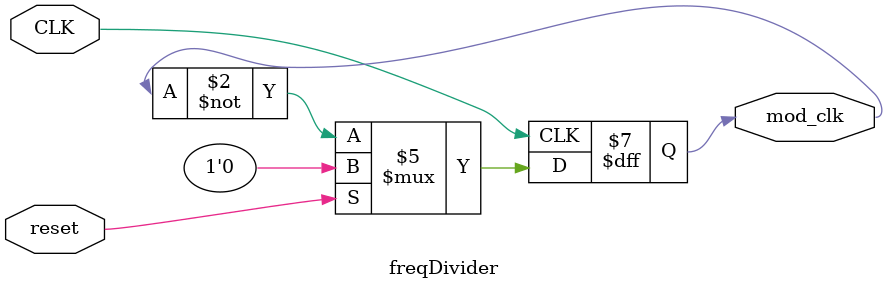
<source format=v>
`timescale 1ns / 1ps


module freqDivider (
    input CLK,
    input reset,
    output reg mod_clk
    );
    initial mod_clk = 0;
    
    always @(posedge CLK)
    begin
    if (reset)
        mod_clk <= 1'b0;
    else
        // val of mod_clk changes every time CLK has a posedge, freq /=2
        mod_clk <= ~ mod_clk;
    end
endmodule

</source>
